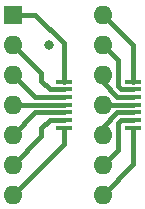
<source format=gbr>
G04 #@! TF.GenerationSoftware,KiCad,Pcbnew,(5.1.5)-3*
G04 #@! TF.CreationDate,2020-06-09T01:26:27-04:00*
G04 #@! TF.ProjectId,dip14tssop,64697031-3474-4737-936f-702e6b696361,rev?*
G04 #@! TF.SameCoordinates,Original*
G04 #@! TF.FileFunction,Copper,L1,Top*
G04 #@! TF.FilePolarity,Positive*
%FSLAX46Y46*%
G04 Gerber Fmt 4.6, Leading zero omitted, Abs format (unit mm)*
G04 Created by KiCad (PCBNEW (5.1.5)-3) date 2020-06-09 01:26:27*
%MOMM*%
%LPD*%
G04 APERTURE LIST*
%ADD10R,1.600000X1.600000*%
%ADD11O,1.600000X1.600000*%
%ADD12R,1.450000X0.450000*%
%ADD13C,0.800000*%
%ADD14C,0.450000*%
%ADD15C,0.439000*%
G04 APERTURE END LIST*
D10*
X106680000Y-71120000D03*
D11*
X114300000Y-86360000D03*
X106680000Y-73660000D03*
X114300000Y-83820000D03*
X106680000Y-76200000D03*
X114300000Y-81280000D03*
X106680000Y-78740000D03*
X114300000Y-78740000D03*
X106680000Y-81280000D03*
X114300000Y-76200000D03*
X106680000Y-83820000D03*
X114300000Y-73660000D03*
X106680000Y-86360000D03*
X114300000Y-71120000D03*
D12*
X110969000Y-76790000D03*
X110969000Y-77440000D03*
X110969000Y-78090000D03*
X110969000Y-78740000D03*
X110969000Y-79390000D03*
X110969000Y-80040000D03*
X110969000Y-80690000D03*
X116869000Y-80690000D03*
X116869000Y-80040000D03*
X116869000Y-79390000D03*
X116869000Y-78740000D03*
X116869000Y-78090000D03*
X116869000Y-77440000D03*
X116869000Y-76790000D03*
D13*
X109728000Y-73660000D03*
D14*
X107930000Y-71120000D02*
X106680000Y-71120000D01*
X108585000Y-71120000D02*
X107930000Y-71120000D01*
X110969000Y-73504000D02*
X108585000Y-71120000D01*
X110969000Y-76790000D02*
X110969000Y-73504000D01*
X116869000Y-83791000D02*
X114300000Y-86360000D01*
X116869000Y-80690000D02*
X116869000Y-83791000D01*
X109794000Y-77440000D02*
X109093000Y-76739000D01*
X110969000Y-77440000D02*
X109794000Y-77440000D01*
X109093000Y-76073000D02*
X106680000Y-73660000D01*
X109093000Y-76739000D02*
X109093000Y-76073000D01*
X115803999Y-80039999D02*
X115570000Y-80273998D01*
D15*
X116869000Y-80040000D02*
X115803999Y-80039999D01*
D14*
X115570000Y-80273998D02*
X115570000Y-82550000D01*
X115570000Y-82550000D02*
X114300000Y-83820000D01*
D15*
X107479999Y-76999999D02*
X106680000Y-76200000D01*
X108564510Y-78084510D02*
X107479999Y-76999999D01*
X110886000Y-78090000D02*
X110880510Y-78084510D01*
X110880510Y-78084510D02*
X108564510Y-78084510D01*
X110969000Y-78090000D02*
X110886000Y-78090000D01*
D14*
X114300000Y-80624746D02*
X114300000Y-81280000D01*
X115534755Y-79389991D02*
X114300000Y-80624746D01*
X116073243Y-79389991D02*
X115534755Y-79389991D01*
X116073252Y-79390000D02*
X116073243Y-79389991D01*
D15*
X116869000Y-79390000D02*
X116073252Y-79390000D01*
X110969000Y-78740000D02*
X106680000Y-78740000D01*
X116869000Y-78740000D02*
X114300000Y-78740000D01*
X108570000Y-79390000D02*
X106680000Y-81280000D01*
X110969000Y-79390000D02*
X108570000Y-79390000D01*
D14*
X114300000Y-76855254D02*
X114300000Y-76200000D01*
X115534755Y-78090009D02*
X114300000Y-76855254D01*
X116073243Y-78090009D02*
X115534755Y-78090009D01*
X116073252Y-78090000D02*
X116073243Y-78090009D01*
X116869000Y-78090000D02*
X116073252Y-78090000D01*
X109794000Y-80040000D02*
X109093000Y-80741000D01*
X110969000Y-80040000D02*
X109794000Y-80040000D01*
X109093000Y-81407000D02*
X106680000Y-83820000D01*
X109093000Y-80741000D02*
X109093000Y-81407000D01*
X115570000Y-74930000D02*
X114300000Y-73660000D01*
X115570000Y-77206002D02*
X115570000Y-74930000D01*
D15*
X116869000Y-77440000D02*
X115803999Y-77440001D01*
D14*
X115803999Y-77440001D02*
X115570000Y-77206002D01*
X116869000Y-73689000D02*
X116869000Y-76790000D01*
X114300000Y-71120000D02*
X116869000Y-73689000D01*
X110969000Y-82071000D02*
X106680000Y-86360000D01*
X110969000Y-80690000D02*
X110969000Y-82071000D01*
M02*

</source>
